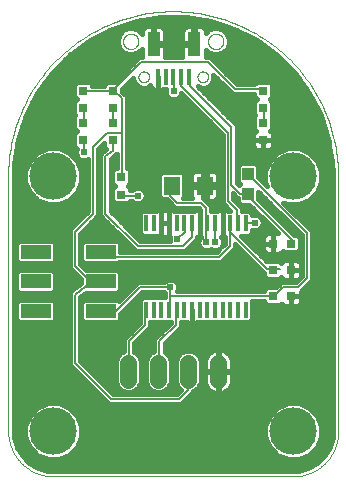
<source format=gtl>
G75*
%MOIN*%
%OFA0B0*%
%FSLAX25Y25*%
%IPPOS*%
%LPD*%
%AMOC8*
5,1,8,0,0,1.08239X$1,22.5*
%
%ADD10R,0.05512X0.06299*%
%ADD11R,0.01370X0.05500*%
%ADD12R,0.03937X0.04331*%
%ADD13R,0.01378X0.05315*%
%ADD14C,0.00000*%
%ADD15R,0.04331X0.08268*%
%ADD16R,0.10236X0.04724*%
%ADD17C,0.05543*%
%ADD18C,0.15811*%
%ADD19R,0.03150X0.03150*%
%ADD20C,0.00600*%
%ADD21C,0.02400*%
%ADD22C,0.01600*%
D10*
X0061288Y0115906D03*
X0072312Y0115906D03*
D11*
X0073139Y0103400D03*
X0075698Y0103400D03*
X0078257Y0103400D03*
X0080816Y0103400D03*
X0083375Y0103400D03*
X0085934Y0103400D03*
X0070580Y0103400D03*
X0068020Y0103400D03*
X0065461Y0103400D03*
X0062902Y0103400D03*
X0060343Y0103400D03*
X0057784Y0103400D03*
X0055225Y0103400D03*
X0052666Y0103400D03*
X0052666Y0074612D03*
X0055225Y0074612D03*
X0057784Y0074612D03*
X0060343Y0074612D03*
X0062902Y0074612D03*
X0065461Y0074612D03*
X0068020Y0074612D03*
X0070580Y0074612D03*
X0073139Y0074612D03*
X0075698Y0074612D03*
X0078257Y0074612D03*
X0080816Y0074612D03*
X0083375Y0074612D03*
X0085934Y0074612D03*
D12*
X0086800Y0113159D03*
X0086800Y0119852D03*
D13*
X0066918Y0152195D03*
X0064359Y0152195D03*
X0061800Y0152195D03*
X0059241Y0152195D03*
X0056682Y0152195D03*
D14*
X0050185Y0152195D02*
X0050187Y0152279D01*
X0050193Y0152362D01*
X0050203Y0152445D01*
X0050217Y0152528D01*
X0050234Y0152610D01*
X0050256Y0152691D01*
X0050281Y0152770D01*
X0050310Y0152849D01*
X0050343Y0152926D01*
X0050379Y0153001D01*
X0050419Y0153075D01*
X0050462Y0153147D01*
X0050509Y0153216D01*
X0050559Y0153283D01*
X0050612Y0153348D01*
X0050668Y0153410D01*
X0050726Y0153470D01*
X0050788Y0153527D01*
X0050852Y0153580D01*
X0050919Y0153631D01*
X0050988Y0153678D01*
X0051059Y0153723D01*
X0051132Y0153763D01*
X0051207Y0153800D01*
X0051284Y0153834D01*
X0051362Y0153864D01*
X0051441Y0153890D01*
X0051522Y0153913D01*
X0051604Y0153931D01*
X0051686Y0153946D01*
X0051769Y0153957D01*
X0051852Y0153964D01*
X0051936Y0153967D01*
X0052020Y0153966D01*
X0052103Y0153961D01*
X0052187Y0153952D01*
X0052269Y0153939D01*
X0052351Y0153923D01*
X0052432Y0153902D01*
X0052513Y0153878D01*
X0052591Y0153850D01*
X0052669Y0153818D01*
X0052745Y0153782D01*
X0052819Y0153743D01*
X0052891Y0153701D01*
X0052961Y0153655D01*
X0053029Y0153606D01*
X0053094Y0153554D01*
X0053157Y0153499D01*
X0053217Y0153441D01*
X0053275Y0153380D01*
X0053329Y0153316D01*
X0053381Y0153250D01*
X0053429Y0153182D01*
X0053474Y0153111D01*
X0053515Y0153038D01*
X0053554Y0152964D01*
X0053588Y0152888D01*
X0053619Y0152810D01*
X0053646Y0152731D01*
X0053670Y0152650D01*
X0053689Y0152569D01*
X0053705Y0152487D01*
X0053717Y0152404D01*
X0053725Y0152320D01*
X0053729Y0152237D01*
X0053729Y0152153D01*
X0053725Y0152070D01*
X0053717Y0151986D01*
X0053705Y0151903D01*
X0053689Y0151821D01*
X0053670Y0151740D01*
X0053646Y0151659D01*
X0053619Y0151580D01*
X0053588Y0151502D01*
X0053554Y0151426D01*
X0053515Y0151352D01*
X0053474Y0151279D01*
X0053429Y0151208D01*
X0053381Y0151140D01*
X0053329Y0151074D01*
X0053275Y0151010D01*
X0053217Y0150949D01*
X0053157Y0150891D01*
X0053094Y0150836D01*
X0053029Y0150784D01*
X0052961Y0150735D01*
X0052891Y0150689D01*
X0052819Y0150647D01*
X0052745Y0150608D01*
X0052669Y0150572D01*
X0052591Y0150540D01*
X0052513Y0150512D01*
X0052432Y0150488D01*
X0052351Y0150467D01*
X0052269Y0150451D01*
X0052187Y0150438D01*
X0052103Y0150429D01*
X0052020Y0150424D01*
X0051936Y0150423D01*
X0051852Y0150426D01*
X0051769Y0150433D01*
X0051686Y0150444D01*
X0051604Y0150459D01*
X0051522Y0150477D01*
X0051441Y0150500D01*
X0051362Y0150526D01*
X0051284Y0150556D01*
X0051207Y0150590D01*
X0051132Y0150627D01*
X0051059Y0150667D01*
X0050988Y0150712D01*
X0050919Y0150759D01*
X0050852Y0150810D01*
X0050788Y0150863D01*
X0050726Y0150920D01*
X0050668Y0150980D01*
X0050612Y0151042D01*
X0050559Y0151107D01*
X0050509Y0151174D01*
X0050462Y0151243D01*
X0050419Y0151315D01*
X0050379Y0151389D01*
X0050343Y0151464D01*
X0050310Y0151541D01*
X0050281Y0151620D01*
X0050256Y0151699D01*
X0050234Y0151780D01*
X0050217Y0151862D01*
X0050203Y0151945D01*
X0050193Y0152028D01*
X0050187Y0152111D01*
X0050185Y0152195D01*
X0045068Y0164006D02*
X0045070Y0164107D01*
X0045076Y0164208D01*
X0045086Y0164309D01*
X0045100Y0164409D01*
X0045118Y0164508D01*
X0045140Y0164607D01*
X0045165Y0164705D01*
X0045195Y0164802D01*
X0045228Y0164897D01*
X0045265Y0164991D01*
X0045306Y0165084D01*
X0045350Y0165175D01*
X0045398Y0165264D01*
X0045450Y0165351D01*
X0045505Y0165436D01*
X0045563Y0165518D01*
X0045624Y0165599D01*
X0045689Y0165677D01*
X0045756Y0165752D01*
X0045826Y0165824D01*
X0045900Y0165894D01*
X0045976Y0165961D01*
X0046054Y0166025D01*
X0046135Y0166085D01*
X0046218Y0166142D01*
X0046304Y0166196D01*
X0046392Y0166247D01*
X0046481Y0166294D01*
X0046572Y0166338D01*
X0046665Y0166377D01*
X0046760Y0166414D01*
X0046855Y0166446D01*
X0046952Y0166475D01*
X0047051Y0166499D01*
X0047149Y0166520D01*
X0047249Y0166537D01*
X0047349Y0166550D01*
X0047450Y0166559D01*
X0047551Y0166564D01*
X0047652Y0166565D01*
X0047753Y0166562D01*
X0047854Y0166555D01*
X0047955Y0166544D01*
X0048055Y0166529D01*
X0048154Y0166510D01*
X0048253Y0166487D01*
X0048350Y0166461D01*
X0048447Y0166430D01*
X0048542Y0166396D01*
X0048635Y0166358D01*
X0048728Y0166316D01*
X0048818Y0166271D01*
X0048907Y0166222D01*
X0048993Y0166170D01*
X0049077Y0166114D01*
X0049160Y0166055D01*
X0049239Y0165993D01*
X0049317Y0165928D01*
X0049391Y0165860D01*
X0049463Y0165788D01*
X0049532Y0165715D01*
X0049598Y0165638D01*
X0049661Y0165559D01*
X0049721Y0165477D01*
X0049777Y0165393D01*
X0049830Y0165307D01*
X0049880Y0165219D01*
X0049926Y0165129D01*
X0049969Y0165038D01*
X0050008Y0164944D01*
X0050043Y0164849D01*
X0050074Y0164753D01*
X0050102Y0164656D01*
X0050126Y0164558D01*
X0050146Y0164459D01*
X0050162Y0164359D01*
X0050174Y0164258D01*
X0050182Y0164158D01*
X0050186Y0164057D01*
X0050186Y0163955D01*
X0050182Y0163854D01*
X0050174Y0163754D01*
X0050162Y0163653D01*
X0050146Y0163553D01*
X0050126Y0163454D01*
X0050102Y0163356D01*
X0050074Y0163259D01*
X0050043Y0163163D01*
X0050008Y0163068D01*
X0049969Y0162974D01*
X0049926Y0162883D01*
X0049880Y0162793D01*
X0049830Y0162705D01*
X0049777Y0162619D01*
X0049721Y0162535D01*
X0049661Y0162453D01*
X0049598Y0162374D01*
X0049532Y0162297D01*
X0049463Y0162224D01*
X0049391Y0162152D01*
X0049317Y0162084D01*
X0049239Y0162019D01*
X0049160Y0161957D01*
X0049077Y0161898D01*
X0048993Y0161842D01*
X0048906Y0161790D01*
X0048818Y0161741D01*
X0048728Y0161696D01*
X0048635Y0161654D01*
X0048542Y0161616D01*
X0048447Y0161582D01*
X0048350Y0161551D01*
X0048253Y0161525D01*
X0048154Y0161502D01*
X0048055Y0161483D01*
X0047955Y0161468D01*
X0047854Y0161457D01*
X0047753Y0161450D01*
X0047652Y0161447D01*
X0047551Y0161448D01*
X0047450Y0161453D01*
X0047349Y0161462D01*
X0047249Y0161475D01*
X0047149Y0161492D01*
X0047051Y0161513D01*
X0046952Y0161537D01*
X0046855Y0161566D01*
X0046760Y0161598D01*
X0046665Y0161635D01*
X0046572Y0161674D01*
X0046481Y0161718D01*
X0046392Y0161765D01*
X0046304Y0161816D01*
X0046218Y0161870D01*
X0046135Y0161927D01*
X0046054Y0161987D01*
X0045976Y0162051D01*
X0045900Y0162118D01*
X0045826Y0162188D01*
X0045756Y0162260D01*
X0045689Y0162335D01*
X0045624Y0162413D01*
X0045563Y0162494D01*
X0045505Y0162576D01*
X0045450Y0162661D01*
X0045398Y0162748D01*
X0045350Y0162837D01*
X0045306Y0162928D01*
X0045265Y0163021D01*
X0045228Y0163115D01*
X0045195Y0163210D01*
X0045165Y0163307D01*
X0045140Y0163405D01*
X0045118Y0163504D01*
X0045100Y0163603D01*
X0045086Y0163703D01*
X0045076Y0163804D01*
X0045070Y0163905D01*
X0045068Y0164006D01*
X0069871Y0152195D02*
X0069873Y0152279D01*
X0069879Y0152362D01*
X0069889Y0152445D01*
X0069903Y0152528D01*
X0069920Y0152610D01*
X0069942Y0152691D01*
X0069967Y0152770D01*
X0069996Y0152849D01*
X0070029Y0152926D01*
X0070065Y0153001D01*
X0070105Y0153075D01*
X0070148Y0153147D01*
X0070195Y0153216D01*
X0070245Y0153283D01*
X0070298Y0153348D01*
X0070354Y0153410D01*
X0070412Y0153470D01*
X0070474Y0153527D01*
X0070538Y0153580D01*
X0070605Y0153631D01*
X0070674Y0153678D01*
X0070745Y0153723D01*
X0070818Y0153763D01*
X0070893Y0153800D01*
X0070970Y0153834D01*
X0071048Y0153864D01*
X0071127Y0153890D01*
X0071208Y0153913D01*
X0071290Y0153931D01*
X0071372Y0153946D01*
X0071455Y0153957D01*
X0071538Y0153964D01*
X0071622Y0153967D01*
X0071706Y0153966D01*
X0071789Y0153961D01*
X0071873Y0153952D01*
X0071955Y0153939D01*
X0072037Y0153923D01*
X0072118Y0153902D01*
X0072199Y0153878D01*
X0072277Y0153850D01*
X0072355Y0153818D01*
X0072431Y0153782D01*
X0072505Y0153743D01*
X0072577Y0153701D01*
X0072647Y0153655D01*
X0072715Y0153606D01*
X0072780Y0153554D01*
X0072843Y0153499D01*
X0072903Y0153441D01*
X0072961Y0153380D01*
X0073015Y0153316D01*
X0073067Y0153250D01*
X0073115Y0153182D01*
X0073160Y0153111D01*
X0073201Y0153038D01*
X0073240Y0152964D01*
X0073274Y0152888D01*
X0073305Y0152810D01*
X0073332Y0152731D01*
X0073356Y0152650D01*
X0073375Y0152569D01*
X0073391Y0152487D01*
X0073403Y0152404D01*
X0073411Y0152320D01*
X0073415Y0152237D01*
X0073415Y0152153D01*
X0073411Y0152070D01*
X0073403Y0151986D01*
X0073391Y0151903D01*
X0073375Y0151821D01*
X0073356Y0151740D01*
X0073332Y0151659D01*
X0073305Y0151580D01*
X0073274Y0151502D01*
X0073240Y0151426D01*
X0073201Y0151352D01*
X0073160Y0151279D01*
X0073115Y0151208D01*
X0073067Y0151140D01*
X0073015Y0151074D01*
X0072961Y0151010D01*
X0072903Y0150949D01*
X0072843Y0150891D01*
X0072780Y0150836D01*
X0072715Y0150784D01*
X0072647Y0150735D01*
X0072577Y0150689D01*
X0072505Y0150647D01*
X0072431Y0150608D01*
X0072355Y0150572D01*
X0072277Y0150540D01*
X0072199Y0150512D01*
X0072118Y0150488D01*
X0072037Y0150467D01*
X0071955Y0150451D01*
X0071873Y0150438D01*
X0071789Y0150429D01*
X0071706Y0150424D01*
X0071622Y0150423D01*
X0071538Y0150426D01*
X0071455Y0150433D01*
X0071372Y0150444D01*
X0071290Y0150459D01*
X0071208Y0150477D01*
X0071127Y0150500D01*
X0071048Y0150526D01*
X0070970Y0150556D01*
X0070893Y0150590D01*
X0070818Y0150627D01*
X0070745Y0150667D01*
X0070674Y0150712D01*
X0070605Y0150759D01*
X0070538Y0150810D01*
X0070474Y0150863D01*
X0070412Y0150920D01*
X0070354Y0150980D01*
X0070298Y0151042D01*
X0070245Y0151107D01*
X0070195Y0151174D01*
X0070148Y0151243D01*
X0070105Y0151315D01*
X0070065Y0151389D01*
X0070029Y0151464D01*
X0069996Y0151541D01*
X0069967Y0151620D01*
X0069942Y0151699D01*
X0069920Y0151780D01*
X0069903Y0151862D01*
X0069889Y0151945D01*
X0069879Y0152028D01*
X0069873Y0152111D01*
X0069871Y0152195D01*
X0073414Y0164006D02*
X0073416Y0164107D01*
X0073422Y0164208D01*
X0073432Y0164309D01*
X0073446Y0164409D01*
X0073464Y0164508D01*
X0073486Y0164607D01*
X0073511Y0164705D01*
X0073541Y0164802D01*
X0073574Y0164897D01*
X0073611Y0164991D01*
X0073652Y0165084D01*
X0073696Y0165175D01*
X0073744Y0165264D01*
X0073796Y0165351D01*
X0073851Y0165436D01*
X0073909Y0165518D01*
X0073970Y0165599D01*
X0074035Y0165677D01*
X0074102Y0165752D01*
X0074172Y0165824D01*
X0074246Y0165894D01*
X0074322Y0165961D01*
X0074400Y0166025D01*
X0074481Y0166085D01*
X0074564Y0166142D01*
X0074650Y0166196D01*
X0074738Y0166247D01*
X0074827Y0166294D01*
X0074918Y0166338D01*
X0075011Y0166377D01*
X0075106Y0166414D01*
X0075201Y0166446D01*
X0075298Y0166475D01*
X0075397Y0166499D01*
X0075495Y0166520D01*
X0075595Y0166537D01*
X0075695Y0166550D01*
X0075796Y0166559D01*
X0075897Y0166564D01*
X0075998Y0166565D01*
X0076099Y0166562D01*
X0076200Y0166555D01*
X0076301Y0166544D01*
X0076401Y0166529D01*
X0076500Y0166510D01*
X0076599Y0166487D01*
X0076696Y0166461D01*
X0076793Y0166430D01*
X0076888Y0166396D01*
X0076981Y0166358D01*
X0077074Y0166316D01*
X0077164Y0166271D01*
X0077253Y0166222D01*
X0077339Y0166170D01*
X0077423Y0166114D01*
X0077506Y0166055D01*
X0077585Y0165993D01*
X0077663Y0165928D01*
X0077737Y0165860D01*
X0077809Y0165788D01*
X0077878Y0165715D01*
X0077944Y0165638D01*
X0078007Y0165559D01*
X0078067Y0165477D01*
X0078123Y0165393D01*
X0078176Y0165307D01*
X0078226Y0165219D01*
X0078272Y0165129D01*
X0078315Y0165038D01*
X0078354Y0164944D01*
X0078389Y0164849D01*
X0078420Y0164753D01*
X0078448Y0164656D01*
X0078472Y0164558D01*
X0078492Y0164459D01*
X0078508Y0164359D01*
X0078520Y0164258D01*
X0078528Y0164158D01*
X0078532Y0164057D01*
X0078532Y0163955D01*
X0078528Y0163854D01*
X0078520Y0163754D01*
X0078508Y0163653D01*
X0078492Y0163553D01*
X0078472Y0163454D01*
X0078448Y0163356D01*
X0078420Y0163259D01*
X0078389Y0163163D01*
X0078354Y0163068D01*
X0078315Y0162974D01*
X0078272Y0162883D01*
X0078226Y0162793D01*
X0078176Y0162705D01*
X0078123Y0162619D01*
X0078067Y0162535D01*
X0078007Y0162453D01*
X0077944Y0162374D01*
X0077878Y0162297D01*
X0077809Y0162224D01*
X0077737Y0162152D01*
X0077663Y0162084D01*
X0077585Y0162019D01*
X0077506Y0161957D01*
X0077423Y0161898D01*
X0077339Y0161842D01*
X0077252Y0161790D01*
X0077164Y0161741D01*
X0077074Y0161696D01*
X0076981Y0161654D01*
X0076888Y0161616D01*
X0076793Y0161582D01*
X0076696Y0161551D01*
X0076599Y0161525D01*
X0076500Y0161502D01*
X0076401Y0161483D01*
X0076301Y0161468D01*
X0076200Y0161457D01*
X0076099Y0161450D01*
X0075998Y0161447D01*
X0075897Y0161448D01*
X0075796Y0161453D01*
X0075695Y0161462D01*
X0075595Y0161475D01*
X0075495Y0161492D01*
X0075397Y0161513D01*
X0075298Y0161537D01*
X0075201Y0161566D01*
X0075106Y0161598D01*
X0075011Y0161635D01*
X0074918Y0161674D01*
X0074827Y0161718D01*
X0074738Y0161765D01*
X0074650Y0161816D01*
X0074564Y0161870D01*
X0074481Y0161927D01*
X0074400Y0161987D01*
X0074322Y0162051D01*
X0074246Y0162118D01*
X0074172Y0162188D01*
X0074102Y0162260D01*
X0074035Y0162335D01*
X0073970Y0162413D01*
X0073909Y0162494D01*
X0073851Y0162576D01*
X0073796Y0162661D01*
X0073744Y0162748D01*
X0073696Y0162837D01*
X0073652Y0162928D01*
X0073611Y0163021D01*
X0073574Y0163115D01*
X0073541Y0163210D01*
X0073511Y0163307D01*
X0073486Y0163405D01*
X0073464Y0163504D01*
X0073446Y0163603D01*
X0073432Y0163703D01*
X0073422Y0163804D01*
X0073416Y0163905D01*
X0073414Y0164006D01*
X0116800Y0119006D02*
X0116784Y0120345D01*
X0116735Y0121684D01*
X0116653Y0123021D01*
X0116539Y0124355D01*
X0116393Y0125687D01*
X0116214Y0127014D01*
X0116003Y0128337D01*
X0115759Y0129654D01*
X0115484Y0130965D01*
X0115177Y0132268D01*
X0114838Y0133564D01*
X0114468Y0134851D01*
X0114067Y0136129D01*
X0113634Y0137397D01*
X0113171Y0138654D01*
X0112677Y0139899D01*
X0112153Y0141132D01*
X0111600Y0142351D01*
X0111016Y0143557D01*
X0110404Y0144748D01*
X0109763Y0145924D01*
X0109093Y0147084D01*
X0108395Y0148227D01*
X0107670Y0149353D01*
X0106917Y0150461D01*
X0106138Y0151551D01*
X0105332Y0152621D01*
X0104501Y0153671D01*
X0103644Y0154700D01*
X0102762Y0155709D01*
X0101857Y0156695D01*
X0100927Y0157659D01*
X0099974Y0158601D01*
X0098999Y0159519D01*
X0098001Y0160412D01*
X0096982Y0161282D01*
X0095942Y0162126D01*
X0094882Y0162944D01*
X0093802Y0163737D01*
X0092704Y0164503D01*
X0091586Y0165242D01*
X0090452Y0165954D01*
X0089300Y0166637D01*
X0088132Y0167293D01*
X0086948Y0167920D01*
X0085750Y0168518D01*
X0084537Y0169086D01*
X0083311Y0169625D01*
X0082072Y0170134D01*
X0080821Y0170612D01*
X0079558Y0171060D01*
X0078286Y0171477D01*
X0077003Y0171863D01*
X0075711Y0172218D01*
X0074411Y0172541D01*
X0073104Y0172832D01*
X0071790Y0173091D01*
X0070470Y0173318D01*
X0069145Y0173513D01*
X0067815Y0173676D01*
X0066482Y0173806D01*
X0065147Y0173904D01*
X0063809Y0173969D01*
X0062470Y0174002D01*
X0061130Y0174002D01*
X0059791Y0173969D01*
X0058453Y0173904D01*
X0057118Y0173806D01*
X0055785Y0173676D01*
X0054455Y0173513D01*
X0053130Y0173318D01*
X0051810Y0173091D01*
X0050496Y0172832D01*
X0049189Y0172541D01*
X0047889Y0172218D01*
X0046597Y0171863D01*
X0045314Y0171477D01*
X0044042Y0171060D01*
X0042779Y0170612D01*
X0041528Y0170134D01*
X0040289Y0169625D01*
X0039063Y0169086D01*
X0037850Y0168518D01*
X0036652Y0167920D01*
X0035468Y0167293D01*
X0034300Y0166637D01*
X0033148Y0165954D01*
X0032014Y0165242D01*
X0030896Y0164503D01*
X0029798Y0163737D01*
X0028718Y0162944D01*
X0027658Y0162126D01*
X0026618Y0161282D01*
X0025599Y0160412D01*
X0024601Y0159519D01*
X0023626Y0158601D01*
X0022673Y0157659D01*
X0021743Y0156695D01*
X0020838Y0155709D01*
X0019956Y0154700D01*
X0019099Y0153671D01*
X0018268Y0152621D01*
X0017462Y0151551D01*
X0016683Y0150461D01*
X0015930Y0149353D01*
X0015205Y0148227D01*
X0014507Y0147084D01*
X0013837Y0145924D01*
X0013196Y0144748D01*
X0012584Y0143557D01*
X0012000Y0142351D01*
X0011447Y0141132D01*
X0010923Y0139899D01*
X0010429Y0138654D01*
X0009966Y0137397D01*
X0009533Y0136129D01*
X0009132Y0134851D01*
X0008762Y0133564D01*
X0008423Y0132268D01*
X0008116Y0130965D01*
X0007841Y0129654D01*
X0007597Y0128337D01*
X0007386Y0127014D01*
X0007207Y0125687D01*
X0007061Y0124355D01*
X0006947Y0123021D01*
X0006865Y0121684D01*
X0006816Y0120345D01*
X0006800Y0119006D01*
X0006800Y0034006D01*
X0006804Y0033644D01*
X0006818Y0033281D01*
X0006839Y0032919D01*
X0006870Y0032558D01*
X0006909Y0032198D01*
X0006957Y0031839D01*
X0007014Y0031481D01*
X0007079Y0031124D01*
X0007153Y0030769D01*
X0007236Y0030416D01*
X0007327Y0030065D01*
X0007426Y0029717D01*
X0007534Y0029371D01*
X0007650Y0029027D01*
X0007775Y0028687D01*
X0007907Y0028350D01*
X0008048Y0028016D01*
X0008197Y0027685D01*
X0008354Y0027358D01*
X0008518Y0027035D01*
X0008690Y0026716D01*
X0008870Y0026402D01*
X0009058Y0026091D01*
X0009253Y0025786D01*
X0009455Y0025485D01*
X0009665Y0025189D01*
X0009881Y0024899D01*
X0010105Y0024613D01*
X0010335Y0024333D01*
X0010572Y0024059D01*
X0010816Y0023791D01*
X0011066Y0023528D01*
X0011322Y0023272D01*
X0011585Y0023022D01*
X0011853Y0022778D01*
X0012127Y0022541D01*
X0012407Y0022311D01*
X0012693Y0022087D01*
X0012983Y0021871D01*
X0013279Y0021661D01*
X0013580Y0021459D01*
X0013885Y0021264D01*
X0014196Y0021076D01*
X0014510Y0020896D01*
X0014829Y0020724D01*
X0015152Y0020560D01*
X0015479Y0020403D01*
X0015810Y0020254D01*
X0016144Y0020113D01*
X0016481Y0019981D01*
X0016821Y0019856D01*
X0017165Y0019740D01*
X0017511Y0019632D01*
X0017859Y0019533D01*
X0018210Y0019442D01*
X0018563Y0019359D01*
X0018918Y0019285D01*
X0019275Y0019220D01*
X0019633Y0019163D01*
X0019992Y0019115D01*
X0020352Y0019076D01*
X0020713Y0019045D01*
X0021075Y0019024D01*
X0021438Y0019010D01*
X0021800Y0019006D01*
X0101800Y0019006D01*
X0102162Y0019010D01*
X0102525Y0019024D01*
X0102887Y0019045D01*
X0103248Y0019076D01*
X0103608Y0019115D01*
X0103967Y0019163D01*
X0104325Y0019220D01*
X0104682Y0019285D01*
X0105037Y0019359D01*
X0105390Y0019442D01*
X0105741Y0019533D01*
X0106089Y0019632D01*
X0106435Y0019740D01*
X0106779Y0019856D01*
X0107119Y0019981D01*
X0107456Y0020113D01*
X0107790Y0020254D01*
X0108121Y0020403D01*
X0108448Y0020560D01*
X0108771Y0020724D01*
X0109090Y0020896D01*
X0109404Y0021076D01*
X0109715Y0021264D01*
X0110020Y0021459D01*
X0110321Y0021661D01*
X0110617Y0021871D01*
X0110907Y0022087D01*
X0111193Y0022311D01*
X0111473Y0022541D01*
X0111747Y0022778D01*
X0112015Y0023022D01*
X0112278Y0023272D01*
X0112534Y0023528D01*
X0112784Y0023791D01*
X0113028Y0024059D01*
X0113265Y0024333D01*
X0113495Y0024613D01*
X0113719Y0024899D01*
X0113935Y0025189D01*
X0114145Y0025485D01*
X0114347Y0025786D01*
X0114542Y0026091D01*
X0114730Y0026402D01*
X0114910Y0026716D01*
X0115082Y0027035D01*
X0115246Y0027358D01*
X0115403Y0027685D01*
X0115552Y0028016D01*
X0115693Y0028350D01*
X0115825Y0028687D01*
X0115950Y0029027D01*
X0116066Y0029371D01*
X0116174Y0029717D01*
X0116273Y0030065D01*
X0116364Y0030416D01*
X0116447Y0030769D01*
X0116521Y0031124D01*
X0116586Y0031481D01*
X0116643Y0031839D01*
X0116691Y0032198D01*
X0116730Y0032558D01*
X0116761Y0032919D01*
X0116782Y0033281D01*
X0116796Y0033644D01*
X0116800Y0034006D01*
X0116800Y0119006D01*
D15*
X0068769Y0163037D03*
X0055225Y0163037D03*
D16*
X0037627Y0093848D03*
X0037627Y0084006D03*
X0037627Y0074163D03*
X0015973Y0074163D03*
X0015973Y0084006D03*
X0015973Y0093848D03*
D17*
X0046800Y0056778D02*
X0046800Y0051234D01*
X0056800Y0051234D02*
X0056800Y0056778D01*
X0066800Y0056778D02*
X0066800Y0051234D01*
X0076800Y0051234D02*
X0076800Y0056778D01*
D18*
X0101800Y0034006D03*
X0101800Y0119006D03*
X0021800Y0119006D03*
X0021800Y0034006D03*
D19*
X0044400Y0112953D03*
X0044400Y0118859D03*
X0041800Y0131053D03*
X0041800Y0136959D03*
X0041800Y0141703D03*
X0041800Y0147609D03*
X0031800Y0147609D03*
X0031800Y0141703D03*
X0031800Y0136959D03*
X0031800Y0131053D03*
X0091800Y0131053D03*
X0091800Y0136959D03*
X0091800Y0141703D03*
X0091800Y0147609D03*
X0095097Y0096606D03*
X0101003Y0096606D03*
X0101003Y0087806D03*
X0095097Y0087806D03*
X0095097Y0079006D03*
X0101003Y0079006D03*
D20*
X0103400Y0082006D02*
X0098450Y0082006D01*
X0095450Y0079006D01*
X0095097Y0079006D01*
X0060800Y0079006D01*
X0060800Y0082006D01*
X0050600Y0082006D01*
X0042800Y0074206D01*
X0038000Y0074206D01*
X0037627Y0074163D01*
X0037400Y0083806D02*
X0034400Y0083806D01*
X0029000Y0079606D01*
X0029000Y0056806D01*
X0041000Y0044806D01*
X0063800Y0044806D01*
X0066800Y0047806D01*
X0066800Y0054006D01*
X0057200Y0054406D02*
X0057200Y0064006D01*
X0062600Y0069406D01*
X0062600Y0074206D01*
X0062902Y0074508D01*
X0062902Y0074612D01*
X0060800Y0074806D02*
X0060343Y0074612D01*
X0060800Y0074806D02*
X0060800Y0079006D01*
X0052666Y0074612D02*
X0052400Y0074206D01*
X0052400Y0069406D01*
X0047000Y0064006D01*
X0047000Y0054406D01*
X0046800Y0054006D01*
X0056800Y0054006D02*
X0057200Y0054406D01*
X0037400Y0083806D02*
X0037627Y0084006D01*
X0034400Y0083806D02*
X0029000Y0089206D01*
X0029000Y0100606D01*
X0035000Y0106606D01*
X0035000Y0128806D01*
X0039800Y0133606D01*
X0044600Y0133606D01*
X0044600Y0145006D01*
X0042200Y0147406D01*
X0041800Y0147609D01*
X0042200Y0148006D01*
X0051200Y0157006D01*
X0073400Y0157006D01*
X0082400Y0148006D01*
X0091400Y0148006D01*
X0091800Y0147609D01*
X0091800Y0141703D02*
X0092000Y0141406D01*
X0092000Y0137206D01*
X0091800Y0136959D01*
X0081200Y0135406D02*
X0081200Y0116206D01*
X0084200Y0113206D01*
X0086600Y0113206D01*
X0086800Y0113159D01*
X0086600Y0112606D01*
X0102100Y0097006D01*
X0100850Y0097006D01*
X0101003Y0096606D01*
X0106400Y0100006D02*
X0106400Y0085006D01*
X0103400Y0082006D01*
X0097350Y0088006D02*
X0095097Y0087806D01*
X0093200Y0088006D02*
X0080600Y0100606D01*
X0080600Y0095806D01*
X0077000Y0092206D01*
X0042200Y0092206D01*
X0037627Y0093848D01*
X0050000Y0095806D02*
X0039200Y0106606D01*
X0039200Y0125806D01*
X0041600Y0127606D01*
X0041600Y0130606D01*
X0041800Y0131053D01*
X0044600Y0133606D02*
X0044600Y0119806D01*
X0044400Y0118859D01*
X0044400Y0112953D02*
X0044600Y0112606D01*
X0050000Y0112606D01*
X0060800Y0112606D02*
X0063200Y0110206D01*
X0071000Y0110206D01*
X0072800Y0108406D01*
X0072800Y0097006D01*
X0072800Y0103006D01*
X0073139Y0103400D01*
X0072800Y0103606D01*
X0072800Y0097006D01*
X0075800Y0097006D02*
X0075800Y0101206D01*
X0075698Y0103400D01*
X0080816Y0103400D02*
X0080600Y0101206D01*
X0080600Y0100606D01*
X0083375Y0103400D02*
X0083000Y0104206D01*
X0083000Y0107806D01*
X0080000Y0110806D01*
X0080000Y0133606D01*
X0064400Y0149206D01*
X0064400Y0151606D01*
X0064359Y0152195D01*
X0062000Y0152206D02*
X0061800Y0152195D01*
X0062000Y0152206D02*
X0062000Y0147406D01*
X0062000Y0152206D02*
X0062000Y0154606D01*
X0066918Y0152195D02*
X0067400Y0149806D01*
X0067400Y0149206D01*
X0081200Y0135406D01*
X0086800Y0119852D02*
X0087200Y0119806D01*
X0088400Y0118006D01*
X0106400Y0100006D01*
X0097350Y0088006D02*
X0093200Y0088006D01*
X0089000Y0103606D02*
X0086000Y0103606D01*
X0085934Y0103400D01*
X0068020Y0103400D02*
X0068000Y0103006D01*
X0068000Y0098806D01*
X0065000Y0095806D01*
X0050000Y0095806D01*
X0060800Y0112606D02*
X0060800Y0116206D01*
X0061288Y0115906D01*
X0065461Y0103400D02*
X0065600Y0103006D01*
X0065600Y0100606D01*
X0063200Y0098206D01*
X0041800Y0136959D02*
X0041600Y0137206D01*
X0041600Y0141406D01*
X0041800Y0141703D01*
X0041600Y0147406D02*
X0041800Y0147609D01*
X0041600Y0147406D02*
X0032000Y0147406D01*
X0031800Y0147609D01*
X0031800Y0141703D02*
X0032000Y0141406D01*
X0032000Y0137206D01*
X0031800Y0136959D01*
X0031800Y0131053D02*
X0032000Y0130606D01*
X0032000Y0127006D01*
D21*
X0032000Y0127006D03*
X0050000Y0112606D03*
X0051800Y0129006D03*
X0062000Y0147406D03*
X0089000Y0103606D03*
X0075800Y0097006D03*
X0072800Y0097006D03*
X0063200Y0098206D03*
X0060800Y0082006D03*
D22*
X0011328Y0025970D02*
X0013764Y0023534D01*
X0016749Y0021811D01*
X0020077Y0020919D01*
X0021800Y0020806D01*
X0101800Y0020806D01*
X0103523Y0020919D01*
X0106851Y0021811D01*
X0109836Y0023534D01*
X0112272Y0025970D01*
X0113995Y0028954D01*
X0114887Y0032283D01*
X0115000Y0034006D01*
X0115000Y0119006D01*
X0114836Y0123180D01*
X0113530Y0131425D01*
X0110950Y0139365D01*
X0107160Y0146803D01*
X0102254Y0153557D01*
X0096351Y0159459D01*
X0089597Y0164366D01*
X0082159Y0168156D01*
X0074219Y0170736D01*
X0065974Y0172042D01*
X0057626Y0172042D01*
X0049381Y0170736D01*
X0041441Y0168156D01*
X0034003Y0164366D01*
X0027249Y0159459D01*
X0021346Y0153557D01*
X0016440Y0146803D01*
X0012650Y0139365D01*
X0010070Y0131425D01*
X0008764Y0123180D01*
X0008600Y0119006D01*
X0008600Y0034006D01*
X0008713Y0032283D01*
X0009605Y0028954D01*
X0011328Y0025970D01*
X0011898Y0025400D02*
X0018260Y0025400D01*
X0019949Y0024700D02*
X0016529Y0026117D01*
X0013911Y0028735D01*
X0012494Y0032155D01*
X0012494Y0035857D01*
X0013911Y0039277D01*
X0016529Y0041895D01*
X0019949Y0043311D01*
X0023651Y0043311D01*
X0027071Y0041895D01*
X0029689Y0039277D01*
X0031105Y0035857D01*
X0031105Y0032155D01*
X0029689Y0028735D01*
X0027071Y0026117D01*
X0023651Y0024700D01*
X0019949Y0024700D01*
X0016069Y0022203D02*
X0107531Y0022203D01*
X0105340Y0025400D02*
X0111702Y0025400D01*
X0112866Y0026998D02*
X0107953Y0026998D01*
X0107071Y0026117D02*
X0109689Y0028735D01*
X0111105Y0032155D01*
X0111105Y0035857D01*
X0109689Y0039277D01*
X0107071Y0041895D01*
X0103651Y0043311D01*
X0099949Y0043311D01*
X0096529Y0041895D01*
X0093911Y0039277D01*
X0092494Y0035857D01*
X0092494Y0032155D01*
X0093911Y0028735D01*
X0096529Y0026117D01*
X0099949Y0024700D01*
X0103651Y0024700D01*
X0107071Y0026117D01*
X0109551Y0028597D02*
X0113789Y0028597D01*
X0114328Y0030195D02*
X0110294Y0030195D01*
X0110956Y0031794D02*
X0114756Y0031794D01*
X0114960Y0033393D02*
X0111105Y0033393D01*
X0111105Y0034991D02*
X0115000Y0034991D01*
X0115000Y0036590D02*
X0110802Y0036590D01*
X0110140Y0038188D02*
X0115000Y0038188D01*
X0115000Y0039787D02*
X0109179Y0039787D01*
X0107581Y0041385D02*
X0115000Y0041385D01*
X0115000Y0042984D02*
X0104442Y0042984D01*
X0099158Y0042984D02*
X0024442Y0042984D01*
X0027581Y0041385D02*
X0096019Y0041385D01*
X0094421Y0039787D02*
X0029179Y0039787D01*
X0030140Y0038188D02*
X0093460Y0038188D01*
X0092798Y0036590D02*
X0030802Y0036590D01*
X0031105Y0034991D02*
X0092494Y0034991D01*
X0092494Y0033393D02*
X0031105Y0033393D01*
X0030956Y0031794D02*
X0092644Y0031794D01*
X0093306Y0030195D02*
X0030294Y0030195D01*
X0029551Y0028597D02*
X0094049Y0028597D01*
X0095647Y0026998D02*
X0027953Y0026998D01*
X0025340Y0025400D02*
X0098260Y0025400D01*
X0110103Y0023801D02*
X0013497Y0023801D01*
X0015647Y0026998D02*
X0010734Y0026998D01*
X0009811Y0028597D02*
X0014049Y0028597D01*
X0013306Y0030195D02*
X0009272Y0030195D01*
X0008844Y0031794D02*
X0012644Y0031794D01*
X0012494Y0033393D02*
X0008640Y0033393D01*
X0008600Y0034991D02*
X0012494Y0034991D01*
X0012798Y0036590D02*
X0008600Y0036590D01*
X0008600Y0038188D02*
X0013460Y0038188D01*
X0014421Y0039787D02*
X0008600Y0039787D01*
X0008600Y0041385D02*
X0016019Y0041385D01*
X0019158Y0042984D02*
X0008600Y0042984D01*
X0008600Y0044582D02*
X0038820Y0044582D01*
X0040296Y0043106D02*
X0064504Y0043106D01*
X0065500Y0044102D01*
X0068500Y0047102D01*
X0068500Y0047423D01*
X0069163Y0047698D01*
X0070337Y0048871D01*
X0070972Y0050404D01*
X0070972Y0057607D01*
X0070337Y0059141D01*
X0069163Y0060314D01*
X0067630Y0060949D01*
X0065970Y0060949D01*
X0064437Y0060314D01*
X0063263Y0059141D01*
X0062628Y0057607D01*
X0062628Y0050404D01*
X0063263Y0048871D01*
X0064362Y0047772D01*
X0063096Y0046506D01*
X0041704Y0046506D01*
X0030700Y0057510D01*
X0030700Y0078774D01*
X0032589Y0080244D01*
X0043325Y0080244D01*
X0044145Y0081064D01*
X0044145Y0086948D01*
X0043325Y0087768D01*
X0032842Y0087768D01*
X0030700Y0089910D01*
X0030700Y0099902D01*
X0035704Y0104906D01*
X0035704Y0104906D01*
X0036700Y0105902D01*
X0036700Y0128102D01*
X0038825Y0130227D01*
X0038825Y0128898D01*
X0039539Y0128185D01*
X0038633Y0127506D01*
X0038496Y0127506D01*
X0038083Y0127093D01*
X0037617Y0126743D01*
X0037597Y0126607D01*
X0037500Y0126510D01*
X0037500Y0125927D01*
X0037418Y0125349D01*
X0037500Y0125239D01*
X0037500Y0105902D01*
X0048300Y0095102D01*
X0049296Y0094106D01*
X0065704Y0094106D01*
X0069700Y0098102D01*
X0069700Y0098850D01*
X0070579Y0098850D01*
X0070579Y0103399D01*
X0070580Y0103399D01*
X0070580Y0098850D01*
X0070967Y0098850D01*
X0070596Y0098479D01*
X0070200Y0097523D01*
X0070200Y0096489D01*
X0070596Y0095533D01*
X0071327Y0094802D01*
X0072283Y0094406D01*
X0073317Y0094406D01*
X0074273Y0094802D01*
X0074300Y0094829D01*
X0074327Y0094802D01*
X0075283Y0094406D01*
X0076317Y0094406D01*
X0077134Y0094744D01*
X0076296Y0093906D01*
X0044145Y0093906D01*
X0044145Y0096791D01*
X0043325Y0097611D01*
X0031929Y0097611D01*
X0031109Y0096791D01*
X0031109Y0090906D01*
X0031929Y0090086D01*
X0043325Y0090086D01*
X0043744Y0090506D01*
X0077704Y0090506D01*
X0082300Y0095102D01*
X0082300Y0096502D01*
X0092122Y0086679D01*
X0092122Y0085651D01*
X0092943Y0084831D01*
X0097252Y0084831D01*
X0097826Y0085405D01*
X0097988Y0085126D01*
X0098323Y0084791D01*
X0098733Y0084554D01*
X0099191Y0084431D01*
X0101003Y0084431D01*
X0102815Y0084431D01*
X0103272Y0084554D01*
X0103683Y0084791D01*
X0104018Y0085126D01*
X0104255Y0085536D01*
X0104378Y0085994D01*
X0104378Y0087806D01*
X0104378Y0089618D01*
X0104255Y0090075D01*
X0104018Y0090486D01*
X0103683Y0090821D01*
X0103272Y0091058D01*
X0102815Y0091181D01*
X0101003Y0091181D01*
X0101003Y0087806D01*
X0104378Y0087806D01*
X0101003Y0087806D01*
X0101003Y0087806D01*
X0101003Y0087806D01*
X0101003Y0084431D01*
X0101003Y0087806D01*
X0101003Y0087806D01*
X0101003Y0091181D01*
X0099191Y0091181D01*
X0098733Y0091058D01*
X0098323Y0090821D01*
X0097988Y0090486D01*
X0097826Y0090206D01*
X0097252Y0090781D01*
X0092943Y0090781D01*
X0092886Y0090724D01*
X0084360Y0099250D01*
X0084640Y0099250D01*
X0084654Y0099264D01*
X0084669Y0099250D01*
X0087199Y0099250D01*
X0088019Y0100070D01*
X0088019Y0101198D01*
X0088483Y0101006D01*
X0089517Y0101006D01*
X0090473Y0101402D01*
X0091204Y0102133D01*
X0091600Y0103089D01*
X0091600Y0104123D01*
X0091204Y0105079D01*
X0090473Y0105810D01*
X0089517Y0106206D01*
X0088483Y0106206D01*
X0088019Y0106014D01*
X0088019Y0106730D01*
X0087199Y0107550D01*
X0084700Y0107550D01*
X0084700Y0108510D01*
X0083704Y0109506D01*
X0081700Y0111510D01*
X0081700Y0113302D01*
X0082500Y0112502D01*
X0083431Y0111570D01*
X0083431Y0110414D01*
X0084252Y0109594D01*
X0087196Y0109594D01*
X0096748Y0099981D01*
X0095097Y0099981D01*
X0093285Y0099981D01*
X0092828Y0099858D01*
X0092417Y0099621D01*
X0092082Y0099286D01*
X0091845Y0098875D01*
X0091722Y0098418D01*
X0091722Y0096606D01*
X0095097Y0096606D01*
X0095097Y0096606D01*
X0095097Y0099981D01*
X0095097Y0096606D01*
X0095097Y0096606D01*
X0091722Y0096606D01*
X0091722Y0094794D01*
X0091845Y0094336D01*
X0092082Y0093926D01*
X0092417Y0093591D01*
X0092828Y0093354D01*
X0093285Y0093231D01*
X0095097Y0093231D01*
X0095097Y0096606D01*
X0095097Y0096606D01*
X0095097Y0093231D01*
X0096909Y0093231D01*
X0097367Y0093354D01*
X0097777Y0093591D01*
X0098112Y0093926D01*
X0098274Y0094205D01*
X0098848Y0093631D01*
X0103157Y0093631D01*
X0103978Y0094451D01*
X0103978Y0098761D01*
X0103157Y0099581D01*
X0101938Y0099581D01*
X0090168Y0111426D01*
X0090168Y0113833D01*
X0104700Y0099302D01*
X0104700Y0085710D01*
X0102696Y0083706D01*
X0097746Y0083706D01*
X0096021Y0081981D01*
X0092943Y0081981D01*
X0092122Y0081161D01*
X0092122Y0080706D01*
X0063076Y0080706D01*
X0063400Y0081489D01*
X0063400Y0082523D01*
X0063004Y0083479D01*
X0062273Y0084210D01*
X0061317Y0084606D01*
X0060283Y0084606D01*
X0059327Y0084210D01*
X0058823Y0083706D01*
X0049896Y0083706D01*
X0048900Y0082710D01*
X0043720Y0077530D01*
X0043325Y0077926D01*
X0031929Y0077926D01*
X0031109Y0077105D01*
X0031109Y0071221D01*
X0031929Y0070401D01*
X0043325Y0070401D01*
X0044145Y0071221D01*
X0044145Y0073147D01*
X0044500Y0073502D01*
X0051304Y0080306D01*
X0058823Y0080306D01*
X0059100Y0080029D01*
X0059100Y0078762D01*
X0059078Y0078762D01*
X0059064Y0078748D01*
X0059049Y0078762D01*
X0056519Y0078762D01*
X0056505Y0078748D01*
X0056490Y0078762D01*
X0053960Y0078762D01*
X0053946Y0078748D01*
X0053931Y0078762D01*
X0051401Y0078762D01*
X0050581Y0077942D01*
X0050581Y0071282D01*
X0050700Y0071163D01*
X0050700Y0070110D01*
X0046296Y0065706D01*
X0045300Y0064710D01*
X0045300Y0060672D01*
X0044437Y0060314D01*
X0043263Y0059141D01*
X0042628Y0057607D01*
X0042628Y0050404D01*
X0043263Y0048871D01*
X0044437Y0047698D01*
X0045970Y0047063D01*
X0047630Y0047063D01*
X0049163Y0047698D01*
X0050337Y0048871D01*
X0050972Y0050404D01*
X0050972Y0057607D01*
X0050337Y0059141D01*
X0049163Y0060314D01*
X0048700Y0060506D01*
X0048700Y0063302D01*
X0053104Y0067706D01*
X0054100Y0068702D01*
X0054100Y0070462D01*
X0056490Y0070462D01*
X0056505Y0070477D01*
X0056519Y0070462D01*
X0059049Y0070462D01*
X0059064Y0070477D01*
X0059078Y0070462D01*
X0060900Y0070462D01*
X0060900Y0070110D01*
X0056496Y0065706D01*
X0055500Y0064710D01*
X0055500Y0060754D01*
X0054437Y0060314D01*
X0053263Y0059141D01*
X0052628Y0057607D01*
X0052628Y0050404D01*
X0053263Y0048871D01*
X0054437Y0047698D01*
X0055970Y0047063D01*
X0057630Y0047063D01*
X0059163Y0047698D01*
X0060337Y0048871D01*
X0060972Y0050404D01*
X0060972Y0057607D01*
X0060337Y0059141D01*
X0059163Y0060314D01*
X0058900Y0060423D01*
X0058900Y0063302D01*
X0063304Y0067706D01*
X0064300Y0068702D01*
X0064300Y0070462D01*
X0066190Y0070462D01*
X0066230Y0070422D01*
X0066641Y0070185D01*
X0067098Y0070062D01*
X0068020Y0070062D01*
X0068020Y0074612D01*
X0068021Y0074612D01*
X0068021Y0070062D01*
X0068942Y0070062D01*
X0069400Y0070185D01*
X0069811Y0070422D01*
X0069851Y0070462D01*
X0071844Y0070462D01*
X0071859Y0070477D01*
X0071874Y0070462D01*
X0074404Y0070462D01*
X0074418Y0070477D01*
X0074433Y0070462D01*
X0076963Y0070462D01*
X0076977Y0070477D01*
X0076992Y0070462D01*
X0079522Y0070462D01*
X0079536Y0070477D01*
X0079551Y0070462D01*
X0082081Y0070462D01*
X0082095Y0070477D01*
X0082110Y0070462D01*
X0084640Y0070462D01*
X0084654Y0070477D01*
X0084669Y0070462D01*
X0087199Y0070462D01*
X0088019Y0071282D01*
X0088019Y0077306D01*
X0092122Y0077306D01*
X0092122Y0076851D01*
X0092943Y0076031D01*
X0097252Y0076031D01*
X0097826Y0076605D01*
X0097988Y0076326D01*
X0098323Y0075991D01*
X0098733Y0075754D01*
X0099191Y0075631D01*
X0101003Y0075631D01*
X0102815Y0075631D01*
X0103272Y0075754D01*
X0103683Y0075991D01*
X0104018Y0076326D01*
X0104255Y0076736D01*
X0104378Y0077194D01*
X0104378Y0079006D01*
X0104378Y0080579D01*
X0105100Y0081302D01*
X0107104Y0083306D01*
X0108100Y0084302D01*
X0108100Y0100710D01*
X0107104Y0101706D01*
X0098516Y0110294D01*
X0099949Y0109700D01*
X0103651Y0109700D01*
X0107071Y0111117D01*
X0109689Y0113735D01*
X0111105Y0117155D01*
X0111105Y0120857D01*
X0109689Y0124277D01*
X0107071Y0126895D01*
X0103651Y0128311D01*
X0099949Y0128311D01*
X0096529Y0126895D01*
X0093911Y0124277D01*
X0092494Y0120857D01*
X0092494Y0117155D01*
X0093088Y0115722D01*
X0090168Y0118642D01*
X0090168Y0122598D01*
X0089348Y0123418D01*
X0084252Y0123418D01*
X0083431Y0122598D01*
X0083431Y0117107D01*
X0084033Y0116506D01*
X0083668Y0116142D01*
X0082900Y0116910D01*
X0082900Y0136110D01*
X0081904Y0137106D01*
X0070001Y0149009D01*
X0070932Y0148623D01*
X0072353Y0148623D01*
X0073666Y0149167D01*
X0074670Y0150172D01*
X0075214Y0151484D01*
X0075214Y0152788D01*
X0081696Y0146306D01*
X0088825Y0146306D01*
X0088825Y0145454D01*
X0089623Y0144656D01*
X0088825Y0143858D01*
X0088825Y0139548D01*
X0089043Y0139331D01*
X0088825Y0139113D01*
X0088825Y0134804D01*
X0089399Y0134230D01*
X0089120Y0134068D01*
X0088785Y0133733D01*
X0088548Y0133323D01*
X0088425Y0132865D01*
X0088425Y0131053D01*
X0088425Y0129241D01*
X0088548Y0128784D01*
X0088785Y0128373D01*
X0089120Y0128038D01*
X0089530Y0127801D01*
X0089988Y0127678D01*
X0091800Y0127678D01*
X0093612Y0127678D01*
X0094070Y0127801D01*
X0094480Y0128038D01*
X0094815Y0128373D01*
X0095052Y0128784D01*
X0095175Y0129241D01*
X0095175Y0131053D01*
X0091800Y0131053D01*
X0091800Y0127678D01*
X0091800Y0131053D01*
X0091800Y0131053D01*
X0091800Y0131053D01*
X0088425Y0131053D01*
X0091800Y0131053D01*
X0091800Y0131053D01*
X0095175Y0131053D01*
X0095175Y0132865D01*
X0095052Y0133323D01*
X0094815Y0133733D01*
X0094480Y0134068D01*
X0094201Y0134230D01*
X0094775Y0134804D01*
X0094775Y0139113D01*
X0094557Y0139331D01*
X0094775Y0139548D01*
X0094775Y0143858D01*
X0093977Y0144656D01*
X0094775Y0145454D01*
X0094775Y0149763D01*
X0093955Y0150583D01*
X0089645Y0150583D01*
X0088825Y0149763D01*
X0088825Y0149706D01*
X0083104Y0149706D01*
X0075100Y0157710D01*
X0074104Y0158706D01*
X0072734Y0158706D01*
X0072734Y0161081D01*
X0073504Y0160310D01*
X0075106Y0159647D01*
X0076840Y0159647D01*
X0078442Y0160310D01*
X0079669Y0161537D01*
X0080332Y0163139D01*
X0080332Y0164873D01*
X0079669Y0166475D01*
X0078442Y0167701D01*
X0076840Y0168365D01*
X0075106Y0168365D01*
X0073504Y0167701D01*
X0072734Y0166931D01*
X0072734Y0167408D01*
X0072611Y0167866D01*
X0072374Y0168276D01*
X0072039Y0168612D01*
X0071629Y0168849D01*
X0071171Y0168971D01*
X0069051Y0168971D01*
X0069051Y0163320D01*
X0068486Y0163320D01*
X0068486Y0168971D01*
X0066366Y0168971D01*
X0065908Y0168849D01*
X0065498Y0168612D01*
X0065163Y0168276D01*
X0064926Y0167866D01*
X0064803Y0167408D01*
X0064803Y0163320D01*
X0068486Y0163320D01*
X0068486Y0162755D01*
X0064803Y0162755D01*
X0064803Y0158706D01*
X0059191Y0158706D01*
X0059191Y0162755D01*
X0055508Y0162755D01*
X0055508Y0163320D01*
X0059191Y0163320D01*
X0059191Y0167408D01*
X0059068Y0167866D01*
X0058831Y0168276D01*
X0058496Y0168612D01*
X0058085Y0168849D01*
X0057628Y0168971D01*
X0055508Y0168971D01*
X0055508Y0163320D01*
X0054942Y0163320D01*
X0054942Y0168971D01*
X0052823Y0168971D01*
X0052365Y0168849D01*
X0051955Y0168612D01*
X0051619Y0168276D01*
X0051383Y0167866D01*
X0051260Y0167408D01*
X0051260Y0166537D01*
X0050096Y0167701D01*
X0048494Y0168365D01*
X0046760Y0168365D01*
X0045158Y0167701D01*
X0043931Y0166475D01*
X0043268Y0164873D01*
X0043268Y0163139D01*
X0043931Y0161537D01*
X0045158Y0160310D01*
X0046760Y0159647D01*
X0048494Y0159647D01*
X0050096Y0160310D01*
X0051260Y0161474D01*
X0051260Y0158706D01*
X0050496Y0158706D01*
X0042373Y0150583D01*
X0039645Y0150583D01*
X0038825Y0149763D01*
X0038825Y0149106D01*
X0034775Y0149106D01*
X0034775Y0149763D01*
X0033955Y0150583D01*
X0029645Y0150583D01*
X0028825Y0149763D01*
X0028825Y0145454D01*
X0029623Y0144656D01*
X0028825Y0143858D01*
X0028825Y0139548D01*
X0029043Y0139331D01*
X0028825Y0139113D01*
X0028825Y0134804D01*
X0029623Y0134006D01*
X0028825Y0133208D01*
X0028825Y0128898D01*
X0029634Y0128089D01*
X0029400Y0127523D01*
X0029400Y0126489D01*
X0029796Y0125533D01*
X0030527Y0124802D01*
X0031483Y0124406D01*
X0032517Y0124406D01*
X0033300Y0124730D01*
X0033300Y0107310D01*
X0028296Y0102306D01*
X0028296Y0102306D01*
X0027300Y0101310D01*
X0027300Y0088502D01*
X0031109Y0084693D01*
X0031109Y0083400D01*
X0028417Y0081306D01*
X0028296Y0081306D01*
X0027873Y0080883D01*
X0027400Y0080515D01*
X0027385Y0080396D01*
X0027300Y0080310D01*
X0027300Y0079712D01*
X0027226Y0079118D01*
X0027300Y0079023D01*
X0027300Y0056102D01*
X0028296Y0055106D01*
X0040296Y0043106D01*
X0037221Y0046181D02*
X0008600Y0046181D01*
X0008600Y0047779D02*
X0035623Y0047779D01*
X0034024Y0049378D02*
X0008600Y0049378D01*
X0008600Y0050976D02*
X0032426Y0050976D01*
X0034037Y0054173D02*
X0042628Y0054173D01*
X0042628Y0052575D02*
X0035635Y0052575D01*
X0037234Y0050976D02*
X0042628Y0050976D01*
X0043054Y0049378D02*
X0038832Y0049378D01*
X0040431Y0047779D02*
X0044356Y0047779D01*
X0049244Y0047779D02*
X0054356Y0047779D01*
X0053054Y0049378D02*
X0050546Y0049378D01*
X0050972Y0050976D02*
X0052628Y0050976D01*
X0052628Y0052575D02*
X0050972Y0052575D01*
X0050972Y0054173D02*
X0052628Y0054173D01*
X0052628Y0055772D02*
X0050972Y0055772D01*
X0050972Y0057370D02*
X0052628Y0057370D01*
X0053192Y0058969D02*
X0050408Y0058969D01*
X0048700Y0060567D02*
X0055048Y0060567D01*
X0055500Y0062166D02*
X0048700Y0062166D01*
X0049162Y0063764D02*
X0055500Y0063764D01*
X0056153Y0065363D02*
X0050761Y0065363D01*
X0052359Y0066961D02*
X0057751Y0066961D01*
X0059350Y0068560D02*
X0053958Y0068560D01*
X0054100Y0070158D02*
X0060900Y0070158D01*
X0062559Y0066961D02*
X0115000Y0066961D01*
X0115000Y0065363D02*
X0060961Y0065363D01*
X0059362Y0063764D02*
X0115000Y0063764D01*
X0115000Y0062166D02*
X0058900Y0062166D01*
X0058900Y0060567D02*
X0065048Y0060567D01*
X0063192Y0058969D02*
X0060408Y0058969D01*
X0060972Y0057370D02*
X0062628Y0057370D01*
X0062628Y0055772D02*
X0060972Y0055772D01*
X0060972Y0054173D02*
X0062628Y0054173D01*
X0062628Y0052575D02*
X0060972Y0052575D01*
X0060972Y0050976D02*
X0062628Y0050976D01*
X0063054Y0049378D02*
X0060546Y0049378D01*
X0059244Y0047779D02*
X0064356Y0047779D01*
X0065980Y0044582D02*
X0115000Y0044582D01*
X0115000Y0046181D02*
X0067579Y0046181D01*
X0069244Y0047779D02*
X0073790Y0047779D01*
X0073822Y0047747D02*
X0074404Y0047324D01*
X0075045Y0046998D01*
X0075729Y0046775D01*
X0076440Y0046663D01*
X0076714Y0046663D01*
X0076714Y0053920D01*
X0072228Y0053920D01*
X0072228Y0050874D01*
X0072341Y0050164D01*
X0072563Y0049479D01*
X0072890Y0048838D01*
X0073313Y0048256D01*
X0073822Y0047747D01*
X0072615Y0049378D02*
X0070546Y0049378D01*
X0070972Y0050976D02*
X0072228Y0050976D01*
X0072228Y0052575D02*
X0070972Y0052575D01*
X0070972Y0054173D02*
X0072228Y0054173D01*
X0072228Y0054092D02*
X0076714Y0054092D01*
X0076714Y0061349D01*
X0076440Y0061349D01*
X0075729Y0061237D01*
X0075045Y0061014D01*
X0074404Y0060688D01*
X0073822Y0060265D01*
X0073313Y0059756D01*
X0072890Y0059174D01*
X0072563Y0058532D01*
X0072341Y0057848D01*
X0072228Y0057137D01*
X0072228Y0054092D01*
X0072228Y0055772D02*
X0070972Y0055772D01*
X0070972Y0057370D02*
X0072265Y0057370D01*
X0072786Y0058969D02*
X0070408Y0058969D01*
X0068552Y0060567D02*
X0074238Y0060567D01*
X0076714Y0060567D02*
X0076886Y0060567D01*
X0076886Y0061349D02*
X0076886Y0054092D01*
X0076714Y0054092D01*
X0076714Y0053920D01*
X0076886Y0053920D01*
X0076886Y0054092D01*
X0081372Y0054092D01*
X0081372Y0057137D01*
X0081259Y0057848D01*
X0081037Y0058532D01*
X0080710Y0059174D01*
X0080287Y0059756D01*
X0079778Y0060265D01*
X0079196Y0060688D01*
X0078555Y0061014D01*
X0077871Y0061237D01*
X0077160Y0061349D01*
X0076886Y0061349D01*
X0076886Y0058969D02*
X0076714Y0058969D01*
X0076714Y0057370D02*
X0076886Y0057370D01*
X0076886Y0055772D02*
X0076714Y0055772D01*
X0076714Y0054173D02*
X0076886Y0054173D01*
X0076886Y0053920D02*
X0081372Y0053920D01*
X0081372Y0050874D01*
X0081259Y0050164D01*
X0081037Y0049479D01*
X0080710Y0048838D01*
X0080287Y0048256D01*
X0079778Y0047747D01*
X0079196Y0047324D01*
X0078555Y0046998D01*
X0077871Y0046775D01*
X0077160Y0046663D01*
X0076886Y0046663D01*
X0076886Y0053920D01*
X0076886Y0052575D02*
X0076714Y0052575D01*
X0076714Y0050976D02*
X0076886Y0050976D01*
X0076886Y0049378D02*
X0076714Y0049378D01*
X0076714Y0047779D02*
X0076886Y0047779D01*
X0079810Y0047779D02*
X0115000Y0047779D01*
X0115000Y0049378D02*
X0080985Y0049378D01*
X0081372Y0050976D02*
X0115000Y0050976D01*
X0115000Y0052575D02*
X0081372Y0052575D01*
X0081372Y0054173D02*
X0115000Y0054173D01*
X0115000Y0055772D02*
X0081372Y0055772D01*
X0081335Y0057370D02*
X0115000Y0057370D01*
X0115000Y0058969D02*
X0080814Y0058969D01*
X0079362Y0060567D02*
X0115000Y0060567D01*
X0115000Y0068560D02*
X0064158Y0068560D01*
X0064300Y0070158D02*
X0066740Y0070158D01*
X0068020Y0070158D02*
X0068021Y0070158D01*
X0069301Y0070158D02*
X0115000Y0070158D01*
X0115000Y0071757D02*
X0088019Y0071757D01*
X0088019Y0073355D02*
X0115000Y0073355D01*
X0115000Y0074954D02*
X0088019Y0074954D01*
X0088019Y0076552D02*
X0092421Y0076552D01*
X0092310Y0081348D02*
X0063342Y0081348D01*
X0063225Y0082946D02*
X0096986Y0082946D01*
X0098766Y0084545D02*
X0061465Y0084545D01*
X0060135Y0084545D02*
X0044145Y0084545D01*
X0044145Y0086143D02*
X0092122Y0086143D01*
X0091060Y0087742D02*
X0043351Y0087742D01*
X0044145Y0082946D02*
X0049136Y0082946D01*
X0047538Y0081348D02*
X0044145Y0081348D01*
X0044341Y0078151D02*
X0030700Y0078151D01*
X0030700Y0076552D02*
X0031109Y0076552D01*
X0031109Y0074954D02*
X0030700Y0074954D01*
X0030700Y0073355D02*
X0031109Y0073355D01*
X0031109Y0071757D02*
X0030700Y0071757D01*
X0030700Y0070158D02*
X0050700Y0070158D01*
X0050581Y0071757D02*
X0044145Y0071757D01*
X0044354Y0073355D02*
X0050581Y0073355D01*
X0050581Y0074954D02*
X0045952Y0074954D01*
X0047551Y0076552D02*
X0050581Y0076552D01*
X0050790Y0078151D02*
X0049149Y0078151D01*
X0050748Y0079749D02*
X0059100Y0079749D01*
X0068020Y0073355D02*
X0068021Y0073355D01*
X0068020Y0071757D02*
X0068021Y0071757D01*
X0078137Y0090939D02*
X0087863Y0090939D01*
X0089461Y0089340D02*
X0031270Y0089340D01*
X0031109Y0090939D02*
X0030700Y0090939D01*
X0030700Y0092537D02*
X0031109Y0092537D01*
X0031109Y0094136D02*
X0030700Y0094136D01*
X0030700Y0095734D02*
X0031109Y0095734D01*
X0030700Y0097333D02*
X0031651Y0097333D01*
X0030700Y0098931D02*
X0044470Y0098931D01*
X0043602Y0097333D02*
X0046069Y0097333D01*
X0047667Y0095734D02*
X0044145Y0095734D01*
X0044145Y0094136D02*
X0049266Y0094136D01*
X0050704Y0097506D02*
X0040900Y0107310D01*
X0040900Y0124956D01*
X0042167Y0125906D01*
X0042304Y0125906D01*
X0042717Y0126318D01*
X0042900Y0126456D01*
X0042900Y0121833D01*
X0042245Y0121833D01*
X0041425Y0121013D01*
X0041425Y0116704D01*
X0042223Y0115906D01*
X0041425Y0115108D01*
X0041425Y0110798D01*
X0042245Y0109978D01*
X0046555Y0109978D01*
X0047375Y0110798D01*
X0047375Y0110906D01*
X0048023Y0110906D01*
X0048527Y0110402D01*
X0049483Y0110006D01*
X0050517Y0110006D01*
X0051473Y0110402D01*
X0052204Y0111133D01*
X0052600Y0112089D01*
X0052600Y0113123D01*
X0052204Y0114079D01*
X0051473Y0114810D01*
X0050517Y0115206D01*
X0049483Y0115206D01*
X0048527Y0114810D01*
X0048023Y0114306D01*
X0047375Y0114306D01*
X0047375Y0115108D01*
X0046577Y0115906D01*
X0047375Y0116704D01*
X0047375Y0121013D01*
X0046555Y0121833D01*
X0046300Y0121833D01*
X0046300Y0145710D01*
X0044775Y0147235D01*
X0044775Y0148177D01*
X0048386Y0151788D01*
X0048386Y0151484D01*
X0048930Y0150172D01*
X0049934Y0149167D01*
X0051247Y0148623D01*
X0052668Y0148623D01*
X0053981Y0149167D01*
X0054193Y0149379D01*
X0054193Y0149300D01*
X0054316Y0148843D01*
X0054553Y0148432D01*
X0054888Y0148097D01*
X0055298Y0147860D01*
X0055756Y0147737D01*
X0056682Y0147737D01*
X0057608Y0147737D01*
X0058066Y0147860D01*
X0058476Y0148097D01*
X0058516Y0148137D01*
X0059489Y0148137D01*
X0059400Y0147923D01*
X0059400Y0146889D01*
X0059796Y0145933D01*
X0060527Y0145202D01*
X0061483Y0144806D01*
X0062517Y0144806D01*
X0063473Y0145202D01*
X0064204Y0145933D01*
X0064516Y0146686D01*
X0078300Y0132902D01*
X0078300Y0110102D01*
X0080852Y0107550D01*
X0080087Y0107550D01*
X0080047Y0107590D01*
X0079637Y0107827D01*
X0079179Y0107950D01*
X0078257Y0107950D01*
X0078257Y0103400D01*
X0078257Y0103400D01*
X0078257Y0107950D01*
X0077335Y0107950D01*
X0076877Y0107827D01*
X0076466Y0107590D01*
X0076426Y0107550D01*
X0074500Y0107550D01*
X0074500Y0109110D01*
X0073504Y0110106D01*
X0072700Y0110910D01*
X0071734Y0111876D01*
X0071734Y0115328D01*
X0072890Y0115328D01*
X0072890Y0116484D01*
X0076868Y0116484D01*
X0076868Y0119292D01*
X0076745Y0119750D01*
X0076508Y0120161D01*
X0076173Y0120496D01*
X0075762Y0120733D01*
X0075305Y0120855D01*
X0072890Y0120855D01*
X0072890Y0116484D01*
X0071734Y0116484D01*
X0071734Y0120855D01*
X0069319Y0120855D01*
X0068861Y0120733D01*
X0068451Y0120496D01*
X0068116Y0120161D01*
X0067879Y0119750D01*
X0067756Y0119292D01*
X0067756Y0116484D01*
X0071734Y0116484D01*
X0071734Y0115328D01*
X0067756Y0115328D01*
X0067756Y0112519D01*
X0067879Y0112062D01*
X0067968Y0111906D01*
X0065174Y0111906D01*
X0065444Y0112176D01*
X0065444Y0119635D01*
X0064624Y0120455D01*
X0057952Y0120455D01*
X0057132Y0119635D01*
X0057132Y0112176D01*
X0057952Y0111356D01*
X0059645Y0111356D01*
X0062496Y0108506D01*
X0070296Y0108506D01*
X0070852Y0107950D01*
X0070580Y0107950D01*
X0070580Y0103400D01*
X0070579Y0103400D01*
X0070579Y0107950D01*
X0069658Y0107950D01*
X0069200Y0107827D01*
X0068789Y0107590D01*
X0068749Y0107550D01*
X0066756Y0107550D01*
X0066741Y0107535D01*
X0066726Y0107550D01*
X0064196Y0107550D01*
X0064182Y0107535D01*
X0064167Y0107550D01*
X0062174Y0107550D01*
X0062134Y0107590D01*
X0061723Y0107827D01*
X0061265Y0107950D01*
X0060343Y0107950D01*
X0059421Y0107950D01*
X0059064Y0107854D01*
X0058706Y0107950D01*
X0057784Y0107950D01*
X0056862Y0107950D01*
X0056404Y0107827D01*
X0055994Y0107590D01*
X0055954Y0107550D01*
X0053960Y0107550D01*
X0053946Y0107535D01*
X0053931Y0107550D01*
X0051401Y0107550D01*
X0050581Y0106730D01*
X0050581Y0100070D01*
X0051401Y0099250D01*
X0053931Y0099250D01*
X0053946Y0099264D01*
X0053960Y0099250D01*
X0055954Y0099250D01*
X0055994Y0099209D01*
X0056404Y0098972D01*
X0056862Y0098850D01*
X0057784Y0098850D01*
X0057784Y0103399D01*
X0057784Y0103399D01*
X0057784Y0098850D01*
X0058706Y0098850D01*
X0059064Y0098945D01*
X0059421Y0098850D01*
X0060343Y0098850D01*
X0060343Y0103399D01*
X0060343Y0103399D01*
X0060343Y0103400D02*
X0057858Y0103400D01*
X0057784Y0103400D01*
X0057784Y0107950D01*
X0057784Y0103400D01*
X0057784Y0103400D01*
X0060343Y0103400D01*
X0060343Y0107950D01*
X0060343Y0103400D01*
X0060343Y0103400D01*
X0060343Y0103400D01*
X0060343Y0103399D02*
X0060343Y0098850D01*
X0060652Y0098850D01*
X0060600Y0098723D01*
X0060600Y0097689D01*
X0060676Y0097506D01*
X0050704Y0097506D01*
X0049279Y0098931D02*
X0056557Y0098931D01*
X0057784Y0098931D02*
X0057784Y0098931D01*
X0059012Y0098931D02*
X0059116Y0098931D01*
X0060343Y0098931D02*
X0060343Y0098931D01*
X0060343Y0100530D02*
X0060343Y0100530D01*
X0060343Y0102128D02*
X0060343Y0102128D01*
X0060343Y0103727D02*
X0060343Y0103727D01*
X0060343Y0105326D02*
X0060343Y0105326D01*
X0060343Y0106924D02*
X0060343Y0106924D01*
X0060881Y0110121D02*
X0050795Y0110121D01*
X0052447Y0111720D02*
X0057589Y0111720D01*
X0057132Y0113318D02*
X0052519Y0113318D01*
X0051216Y0114917D02*
X0057132Y0114917D01*
X0057132Y0116515D02*
X0047186Y0116515D01*
X0047375Y0114917D02*
X0048784Y0114917D01*
X0047375Y0118114D02*
X0057132Y0118114D01*
X0057209Y0119712D02*
X0047375Y0119712D01*
X0047078Y0121311D02*
X0078300Y0121311D01*
X0078300Y0122909D02*
X0046300Y0122909D01*
X0046300Y0124508D02*
X0078300Y0124508D01*
X0078300Y0126106D02*
X0046300Y0126106D01*
X0046300Y0127705D02*
X0078300Y0127705D01*
X0078300Y0129303D02*
X0046300Y0129303D01*
X0046300Y0130902D02*
X0078300Y0130902D01*
X0078300Y0132500D02*
X0046300Y0132500D01*
X0046300Y0134099D02*
X0077103Y0134099D01*
X0075505Y0135697D02*
X0046300Y0135697D01*
X0046300Y0137296D02*
X0073906Y0137296D01*
X0072307Y0138894D02*
X0046300Y0138894D01*
X0046300Y0140493D02*
X0070709Y0140493D01*
X0069110Y0142091D02*
X0046300Y0142091D01*
X0046300Y0143690D02*
X0067512Y0143690D01*
X0065913Y0145288D02*
X0063559Y0145288D01*
X0060441Y0145288D02*
X0046300Y0145288D01*
X0045123Y0146887D02*
X0059401Y0146887D01*
X0056682Y0147737D02*
X0056682Y0152195D01*
X0056682Y0152195D01*
X0056682Y0147737D01*
X0056682Y0148485D02*
X0056682Y0148485D01*
X0056682Y0150084D02*
X0056682Y0150084D01*
X0056682Y0151682D02*
X0056682Y0151682D01*
X0054522Y0148485D02*
X0045084Y0148485D01*
X0046682Y0150084D02*
X0049017Y0150084D01*
X0048386Y0151682D02*
X0048281Y0151682D01*
X0046669Y0154879D02*
X0022669Y0154879D01*
X0021146Y0153281D02*
X0045071Y0153281D01*
X0043472Y0151682D02*
X0019985Y0151682D01*
X0018823Y0150084D02*
X0029146Y0150084D01*
X0028825Y0148485D02*
X0017662Y0148485D01*
X0016501Y0146887D02*
X0028825Y0146887D01*
X0028991Y0145288D02*
X0015668Y0145288D01*
X0014853Y0143690D02*
X0028825Y0143690D01*
X0028825Y0142091D02*
X0014039Y0142091D01*
X0013224Y0140493D02*
X0028825Y0140493D01*
X0028825Y0138894D02*
X0012497Y0138894D01*
X0011977Y0137296D02*
X0028825Y0137296D01*
X0028825Y0135697D02*
X0011458Y0135697D01*
X0010939Y0134099D02*
X0029530Y0134099D01*
X0028825Y0132500D02*
X0010419Y0132500D01*
X0009987Y0130902D02*
X0028825Y0130902D01*
X0028825Y0129303D02*
X0009734Y0129303D01*
X0009481Y0127705D02*
X0018484Y0127705D01*
X0019949Y0128311D02*
X0016529Y0126895D01*
X0013911Y0124277D01*
X0012494Y0120857D01*
X0012494Y0117155D01*
X0013911Y0113735D01*
X0016529Y0111117D01*
X0019949Y0109700D01*
X0023651Y0109700D01*
X0027071Y0111117D01*
X0029689Y0113735D01*
X0031105Y0117155D01*
X0031105Y0120857D01*
X0029689Y0124277D01*
X0027071Y0126895D01*
X0023651Y0128311D01*
X0019949Y0128311D01*
X0015740Y0126106D02*
X0009227Y0126106D01*
X0008974Y0124508D02*
X0014142Y0124508D01*
X0013345Y0122909D02*
X0008753Y0122909D01*
X0008691Y0121311D02*
X0012682Y0121311D01*
X0012494Y0119712D02*
X0008628Y0119712D01*
X0008600Y0118114D02*
X0012494Y0118114D01*
X0012759Y0116515D02*
X0008600Y0116515D01*
X0008600Y0114917D02*
X0013422Y0114917D01*
X0014328Y0113318D02*
X0008600Y0113318D01*
X0008600Y0111720D02*
X0015926Y0111720D01*
X0018933Y0110121D02*
X0008600Y0110121D01*
X0008600Y0108523D02*
X0033300Y0108523D01*
X0033300Y0110121D02*
X0024667Y0110121D01*
X0027674Y0111720D02*
X0033300Y0111720D01*
X0033300Y0113318D02*
X0029272Y0113318D01*
X0030178Y0114917D02*
X0033300Y0114917D01*
X0033300Y0116515D02*
X0030840Y0116515D01*
X0031105Y0118114D02*
X0033300Y0118114D01*
X0033300Y0119712D02*
X0031105Y0119712D01*
X0030918Y0121311D02*
X0033300Y0121311D01*
X0033300Y0122909D02*
X0030255Y0122909D01*
X0029458Y0124508D02*
X0031237Y0124508D01*
X0032763Y0124508D02*
X0033300Y0124508D01*
X0036700Y0124508D02*
X0037500Y0124508D01*
X0037500Y0126106D02*
X0036700Y0126106D01*
X0036700Y0127705D02*
X0038898Y0127705D01*
X0038825Y0129303D02*
X0037901Y0129303D01*
X0040900Y0124508D02*
X0042900Y0124508D01*
X0042900Y0126106D02*
X0042504Y0126106D01*
X0042900Y0122909D02*
X0040900Y0122909D01*
X0040900Y0121311D02*
X0041722Y0121311D01*
X0041425Y0119712D02*
X0040900Y0119712D01*
X0040900Y0118114D02*
X0041425Y0118114D01*
X0041614Y0116515D02*
X0040900Y0116515D01*
X0040900Y0114917D02*
X0041425Y0114917D01*
X0041425Y0113318D02*
X0040900Y0113318D01*
X0040900Y0111720D02*
X0041425Y0111720D01*
X0040900Y0110121D02*
X0042103Y0110121D01*
X0040900Y0108523D02*
X0062479Y0108523D01*
X0065444Y0113318D02*
X0067756Y0113318D01*
X0067756Y0114917D02*
X0065444Y0114917D01*
X0065444Y0116515D02*
X0067756Y0116515D01*
X0067756Y0118114D02*
X0065444Y0118114D01*
X0065367Y0119712D02*
X0067868Y0119712D01*
X0071734Y0119712D02*
X0072890Y0119712D01*
X0072890Y0118114D02*
X0071734Y0118114D01*
X0071734Y0116515D02*
X0072890Y0116515D01*
X0072890Y0115328D02*
X0076868Y0115328D01*
X0076868Y0112519D01*
X0076745Y0112062D01*
X0076508Y0111651D01*
X0076173Y0111316D01*
X0075762Y0111079D01*
X0075305Y0110956D01*
X0072890Y0110956D01*
X0072890Y0115328D01*
X0072890Y0114917D02*
X0071734Y0114917D01*
X0071734Y0113318D02*
X0072890Y0113318D01*
X0072890Y0111720D02*
X0071890Y0111720D01*
X0073489Y0110121D02*
X0078300Y0110121D01*
X0078300Y0111720D02*
X0076548Y0111720D01*
X0076868Y0113318D02*
X0078300Y0113318D01*
X0078300Y0114917D02*
X0076868Y0114917D01*
X0076868Y0116515D02*
X0078300Y0116515D01*
X0078300Y0118114D02*
X0076868Y0118114D01*
X0076755Y0119712D02*
X0078300Y0119712D01*
X0082900Y0119712D02*
X0083431Y0119712D01*
X0083431Y0118114D02*
X0082900Y0118114D01*
X0083295Y0116515D02*
X0084023Y0116515D01*
X0083431Y0121311D02*
X0082900Y0121311D01*
X0082900Y0122909D02*
X0083743Y0122909D01*
X0082900Y0124508D02*
X0094142Y0124508D01*
X0093345Y0122909D02*
X0089857Y0122909D01*
X0090168Y0121311D02*
X0092682Y0121311D01*
X0092494Y0119712D02*
X0090168Y0119712D01*
X0090696Y0118114D02*
X0092494Y0118114D01*
X0092295Y0116515D02*
X0092760Y0116515D01*
X0090684Y0113318D02*
X0090168Y0113318D01*
X0090168Y0111720D02*
X0092282Y0111720D01*
X0091465Y0110121D02*
X0093881Y0110121D01*
X0093054Y0108523D02*
X0095479Y0108523D01*
X0094642Y0106924D02*
X0097078Y0106924D01*
X0096230Y0105326D02*
X0098676Y0105326D01*
X0097818Y0103727D02*
X0100275Y0103727D01*
X0099407Y0102128D02*
X0101873Y0102128D01*
X0100995Y0100530D02*
X0103472Y0100530D01*
X0103807Y0098931D02*
X0104700Y0098931D01*
X0104700Y0097333D02*
X0103978Y0097333D01*
X0103978Y0095734D02*
X0104700Y0095734D01*
X0104700Y0094136D02*
X0103662Y0094136D01*
X0104700Y0092537D02*
X0091073Y0092537D01*
X0091961Y0094136D02*
X0089474Y0094136D01*
X0087876Y0095734D02*
X0091722Y0095734D01*
X0091722Y0097333D02*
X0086277Y0097333D01*
X0084679Y0098931D02*
X0091877Y0098931D01*
X0095097Y0098931D02*
X0095097Y0098931D01*
X0095097Y0097333D02*
X0095097Y0097333D01*
X0095097Y0095734D02*
X0095097Y0095734D01*
X0095097Y0094136D02*
X0095097Y0094136D01*
X0092671Y0090939D02*
X0098527Y0090939D01*
X0101003Y0090939D02*
X0101003Y0090939D01*
X0101003Y0089340D02*
X0101003Y0089340D01*
X0101003Y0087742D02*
X0101003Y0087742D01*
X0101003Y0086143D02*
X0101003Y0086143D01*
X0101003Y0084545D02*
X0101003Y0084545D01*
X0103239Y0084545D02*
X0103535Y0084545D01*
X0104378Y0086143D02*
X0104700Y0086143D01*
X0104700Y0087742D02*
X0104378Y0087742D01*
X0104378Y0089340D02*
X0104700Y0089340D01*
X0104700Y0090939D02*
X0103479Y0090939D01*
X0108100Y0090939D02*
X0115000Y0090939D01*
X0115000Y0092537D02*
X0108100Y0092537D01*
X0108100Y0094136D02*
X0115000Y0094136D01*
X0115000Y0095734D02*
X0108100Y0095734D01*
X0108100Y0097333D02*
X0115000Y0097333D01*
X0115000Y0098931D02*
X0108100Y0098931D01*
X0108100Y0100530D02*
X0115000Y0100530D01*
X0115000Y0102128D02*
X0106682Y0102128D01*
X0105083Y0103727D02*
X0115000Y0103727D01*
X0115000Y0105326D02*
X0103485Y0105326D01*
X0101886Y0106924D02*
X0115000Y0106924D01*
X0115000Y0108523D02*
X0100288Y0108523D01*
X0098933Y0110121D02*
X0098689Y0110121D01*
X0093026Y0103727D02*
X0091600Y0103727D01*
X0091437Y0105326D02*
X0090957Y0105326D01*
X0089849Y0106924D02*
X0087824Y0106924D01*
X0088261Y0108523D02*
X0084688Y0108523D01*
X0083725Y0110121D02*
X0083089Y0110121D01*
X0083282Y0111720D02*
X0081700Y0111720D01*
X0079879Y0108523D02*
X0074500Y0108523D01*
X0078257Y0106924D02*
X0078257Y0106924D01*
X0078257Y0105326D02*
X0078257Y0105326D01*
X0078257Y0103727D02*
X0078257Y0103727D01*
X0078257Y0103399D02*
X0078257Y0098850D01*
X0078900Y0098850D01*
X0078900Y0096510D01*
X0078061Y0095672D01*
X0078400Y0096489D01*
X0078400Y0097523D01*
X0078004Y0098479D01*
X0077633Y0098850D01*
X0078257Y0098850D01*
X0078257Y0103399D01*
X0078257Y0103399D01*
X0078257Y0102128D02*
X0078257Y0102128D01*
X0078257Y0100530D02*
X0078257Y0100530D01*
X0078257Y0098931D02*
X0078257Y0098931D01*
X0078400Y0097333D02*
X0078900Y0097333D01*
X0078124Y0095734D02*
X0078088Y0095734D01*
X0079736Y0092537D02*
X0086264Y0092537D01*
X0084666Y0094136D02*
X0081334Y0094136D01*
X0082300Y0095734D02*
X0083067Y0095734D01*
X0088019Y0100530D02*
X0096202Y0100530D01*
X0094614Y0102128D02*
X0091200Y0102128D01*
X0098234Y0094136D02*
X0098343Y0094136D01*
X0106745Y0082946D02*
X0115000Y0082946D01*
X0115000Y0081348D02*
X0105146Y0081348D01*
X0104378Y0079749D02*
X0115000Y0079749D01*
X0115000Y0078151D02*
X0104378Y0078151D01*
X0104378Y0079006D02*
X0101003Y0079006D01*
X0104378Y0079006D01*
X0104149Y0076552D02*
X0115000Y0076552D01*
X0115000Y0084545D02*
X0108100Y0084545D01*
X0108100Y0086143D02*
X0115000Y0086143D01*
X0115000Y0087742D02*
X0108100Y0087742D01*
X0108100Y0089340D02*
X0115000Y0089340D01*
X0115000Y0110121D02*
X0104667Y0110121D01*
X0107674Y0111720D02*
X0115000Y0111720D01*
X0115000Y0113318D02*
X0109272Y0113318D01*
X0110178Y0114917D02*
X0115000Y0114917D01*
X0115000Y0116515D02*
X0110840Y0116515D01*
X0111105Y0118114D02*
X0115000Y0118114D01*
X0114972Y0119712D02*
X0111105Y0119712D01*
X0110918Y0121311D02*
X0114909Y0121311D01*
X0114847Y0122909D02*
X0110255Y0122909D01*
X0109458Y0124508D02*
X0114626Y0124508D01*
X0114373Y0126106D02*
X0107860Y0126106D01*
X0105116Y0127705D02*
X0114119Y0127705D01*
X0113866Y0129303D02*
X0095175Y0129303D01*
X0095175Y0130902D02*
X0113613Y0130902D01*
X0113181Y0132500D02*
X0095175Y0132500D01*
X0094427Y0134099D02*
X0112661Y0134099D01*
X0112142Y0135697D02*
X0094775Y0135697D01*
X0094775Y0137296D02*
X0111623Y0137296D01*
X0111103Y0138894D02*
X0094775Y0138894D01*
X0094775Y0140493D02*
X0110376Y0140493D01*
X0109561Y0142091D02*
X0094775Y0142091D01*
X0094775Y0143690D02*
X0108747Y0143690D01*
X0107932Y0145288D02*
X0094609Y0145288D01*
X0094775Y0146887D02*
X0107099Y0146887D01*
X0105938Y0148485D02*
X0094775Y0148485D01*
X0094454Y0150084D02*
X0104777Y0150084D01*
X0103615Y0151682D02*
X0081128Y0151682D01*
X0082726Y0150084D02*
X0089146Y0150084D01*
X0088991Y0145288D02*
X0073722Y0145288D01*
X0075320Y0143690D02*
X0088825Y0143690D01*
X0088825Y0142091D02*
X0076919Y0142091D01*
X0078517Y0140493D02*
X0088825Y0140493D01*
X0088825Y0138894D02*
X0080116Y0138894D01*
X0081714Y0137296D02*
X0088825Y0137296D01*
X0088825Y0135697D02*
X0082900Y0135697D01*
X0082900Y0134099D02*
X0089173Y0134099D01*
X0088425Y0132500D02*
X0082900Y0132500D01*
X0082900Y0130902D02*
X0088425Y0130902D01*
X0088425Y0129303D02*
X0082900Y0129303D01*
X0082900Y0127705D02*
X0089890Y0127705D01*
X0091800Y0127705D02*
X0091800Y0127705D01*
X0091800Y0129303D02*
X0091800Y0129303D01*
X0091800Y0130902D02*
X0091800Y0130902D01*
X0093710Y0127705D02*
X0098484Y0127705D01*
X0095740Y0126106D02*
X0082900Y0126106D01*
X0081904Y0137106D02*
X0081904Y0137106D01*
X0081115Y0146887D02*
X0072123Y0146887D01*
X0070525Y0148485D02*
X0079516Y0148485D01*
X0077918Y0150084D02*
X0074583Y0150084D01*
X0075214Y0151682D02*
X0076319Y0151682D01*
X0077931Y0154879D02*
X0100931Y0154879D01*
X0102454Y0153281D02*
X0079529Y0153281D01*
X0076332Y0156478D02*
X0099332Y0156478D01*
X0097734Y0158076D02*
X0074734Y0158076D01*
X0075038Y0159675D02*
X0072734Y0159675D01*
X0068486Y0162872D02*
X0055508Y0162872D01*
X0055508Y0164470D02*
X0054942Y0164470D01*
X0054942Y0166069D02*
X0055508Y0166069D01*
X0055508Y0167667D02*
X0054942Y0167667D01*
X0051329Y0167667D02*
X0050130Y0167667D01*
X0050192Y0170864D02*
X0073408Y0170864D01*
X0073470Y0167667D02*
X0072664Y0167667D01*
X0069051Y0167667D02*
X0068486Y0167667D01*
X0068486Y0166069D02*
X0069051Y0166069D01*
X0069051Y0164470D02*
X0068486Y0164470D01*
X0064803Y0164470D02*
X0059191Y0164470D01*
X0059191Y0166069D02*
X0064803Y0166069D01*
X0064873Y0167667D02*
X0059121Y0167667D01*
X0059191Y0161273D02*
X0064803Y0161273D01*
X0064803Y0159675D02*
X0059191Y0159675D01*
X0051260Y0159675D02*
X0048562Y0159675D01*
X0049866Y0158076D02*
X0025866Y0158076D01*
X0024268Y0156478D02*
X0048268Y0156478D01*
X0046692Y0159675D02*
X0027546Y0159675D01*
X0029746Y0161273D02*
X0044195Y0161273D01*
X0043378Y0162872D02*
X0031946Y0162872D01*
X0034207Y0164470D02*
X0043268Y0164470D01*
X0043763Y0166069D02*
X0037345Y0166069D01*
X0040482Y0167667D02*
X0045124Y0167667D01*
X0044856Y0169266D02*
X0078744Y0169266D01*
X0078476Y0167667D02*
X0083118Y0167667D01*
X0086255Y0166069D02*
X0079837Y0166069D01*
X0080332Y0164470D02*
X0089393Y0164470D01*
X0091654Y0162872D02*
X0080222Y0162872D01*
X0079405Y0161273D02*
X0093854Y0161273D01*
X0096054Y0159675D02*
X0076908Y0159675D01*
X0051260Y0161273D02*
X0051059Y0161273D01*
X0039146Y0150084D02*
X0034454Y0150084D01*
X0029475Y0127705D02*
X0025116Y0127705D01*
X0027860Y0126106D02*
X0029558Y0126106D01*
X0036700Y0122909D02*
X0037500Y0122909D01*
X0037500Y0121311D02*
X0036700Y0121311D01*
X0036700Y0119712D02*
X0037500Y0119712D01*
X0037500Y0118114D02*
X0036700Y0118114D01*
X0036700Y0116515D02*
X0037500Y0116515D01*
X0037500Y0114917D02*
X0036700Y0114917D01*
X0036700Y0113318D02*
X0037500Y0113318D01*
X0037500Y0111720D02*
X0036700Y0111720D01*
X0036700Y0110121D02*
X0037500Y0110121D01*
X0037500Y0108523D02*
X0036700Y0108523D01*
X0036700Y0106924D02*
X0037500Y0106924D01*
X0038076Y0105326D02*
X0036124Y0105326D01*
X0034525Y0103727D02*
X0039675Y0103727D01*
X0041273Y0102128D02*
X0032927Y0102128D01*
X0031328Y0100530D02*
X0042872Y0100530D01*
X0044483Y0103727D02*
X0050581Y0103727D01*
X0050581Y0102128D02*
X0046082Y0102128D01*
X0047680Y0100530D02*
X0050581Y0100530D01*
X0050581Y0105326D02*
X0042885Y0105326D01*
X0041286Y0106924D02*
X0050776Y0106924D01*
X0049205Y0110121D02*
X0046697Y0110121D01*
X0057784Y0106924D02*
X0057784Y0106924D01*
X0057784Y0105326D02*
X0057784Y0105326D01*
X0057784Y0103727D02*
X0057784Y0103727D01*
X0057784Y0103400D02*
X0057784Y0103400D01*
X0057784Y0102128D02*
X0057784Y0102128D01*
X0057784Y0100530D02*
X0057784Y0100530D01*
X0065734Y0094136D02*
X0076526Y0094136D01*
X0070512Y0095734D02*
X0067333Y0095734D01*
X0068931Y0097333D02*
X0070200Y0097333D01*
X0070579Y0098931D02*
X0070580Y0098931D01*
X0070579Y0100530D02*
X0070580Y0100530D01*
X0070579Y0102128D02*
X0070580Y0102128D01*
X0070579Y0103727D02*
X0070580Y0103727D01*
X0070579Y0105326D02*
X0070580Y0105326D01*
X0070579Y0106924D02*
X0070580Y0106924D01*
X0045939Y0079749D02*
X0031953Y0079749D01*
X0030526Y0082946D02*
X0022491Y0082946D01*
X0022491Y0081348D02*
X0028471Y0081348D01*
X0027300Y0079749D02*
X0008600Y0079749D01*
X0009455Y0081064D02*
X0010275Y0080244D01*
X0021671Y0080244D01*
X0022491Y0081064D01*
X0022491Y0086948D01*
X0021671Y0087768D01*
X0010275Y0087768D01*
X0009455Y0086948D01*
X0009455Y0081064D01*
X0009455Y0081348D02*
X0008600Y0081348D01*
X0008600Y0082946D02*
X0009455Y0082946D01*
X0009455Y0084545D02*
X0008600Y0084545D01*
X0008600Y0086143D02*
X0009455Y0086143D01*
X0010249Y0087742D02*
X0008600Y0087742D01*
X0008600Y0089340D02*
X0027300Y0089340D01*
X0027300Y0090939D02*
X0022491Y0090939D01*
X0022491Y0090906D02*
X0022491Y0096791D01*
X0021671Y0097611D01*
X0010275Y0097611D01*
X0009455Y0096791D01*
X0009455Y0090906D01*
X0010275Y0090086D01*
X0021671Y0090086D01*
X0022491Y0090906D01*
X0022491Y0092537D02*
X0027300Y0092537D01*
X0027300Y0094136D02*
X0022491Y0094136D01*
X0022491Y0095734D02*
X0027300Y0095734D01*
X0027300Y0097333D02*
X0021949Y0097333D01*
X0027300Y0098931D02*
X0008600Y0098931D01*
X0008600Y0097333D02*
X0009998Y0097333D01*
X0009455Y0095734D02*
X0008600Y0095734D01*
X0008600Y0094136D02*
X0009455Y0094136D01*
X0009455Y0092537D02*
X0008600Y0092537D01*
X0008600Y0090939D02*
X0009455Y0090939D01*
X0008600Y0100530D02*
X0027300Y0100530D01*
X0028118Y0102128D02*
X0008600Y0102128D01*
X0008600Y0103727D02*
X0029717Y0103727D01*
X0031315Y0105326D02*
X0008600Y0105326D01*
X0008600Y0106924D02*
X0032914Y0106924D01*
X0028060Y0087742D02*
X0021697Y0087742D01*
X0022491Y0086143D02*
X0029658Y0086143D01*
X0031109Y0084545D02*
X0022491Y0084545D01*
X0021671Y0077926D02*
X0010275Y0077926D01*
X0009455Y0077105D01*
X0009455Y0071221D01*
X0010275Y0070401D01*
X0021671Y0070401D01*
X0022491Y0071221D01*
X0022491Y0077105D01*
X0021671Y0077926D01*
X0022491Y0076552D02*
X0027300Y0076552D01*
X0027300Y0074954D02*
X0022491Y0074954D01*
X0022491Y0073355D02*
X0027300Y0073355D01*
X0027300Y0071757D02*
X0022491Y0071757D01*
X0027300Y0070158D02*
X0008600Y0070158D01*
X0008600Y0068560D02*
X0027300Y0068560D01*
X0027300Y0066961D02*
X0008600Y0066961D01*
X0008600Y0065363D02*
X0027300Y0065363D01*
X0027300Y0063764D02*
X0008600Y0063764D01*
X0008600Y0062166D02*
X0027300Y0062166D01*
X0027300Y0060567D02*
X0008600Y0060567D01*
X0008600Y0058969D02*
X0027300Y0058969D01*
X0027300Y0057370D02*
X0008600Y0057370D01*
X0008600Y0055772D02*
X0027630Y0055772D01*
X0029229Y0054173D02*
X0008600Y0054173D01*
X0008600Y0052575D02*
X0030827Y0052575D01*
X0032438Y0055772D02*
X0042628Y0055772D01*
X0042628Y0057370D02*
X0030840Y0057370D01*
X0030700Y0058969D02*
X0043192Y0058969D01*
X0045048Y0060567D02*
X0030700Y0060567D01*
X0030700Y0062166D02*
X0045300Y0062166D01*
X0045300Y0063764D02*
X0030700Y0063764D01*
X0030700Y0065363D02*
X0045953Y0065363D01*
X0047551Y0066961D02*
X0030700Y0066961D01*
X0030700Y0068560D02*
X0049150Y0068560D01*
X0027300Y0078151D02*
X0008600Y0078151D01*
X0008600Y0076552D02*
X0009455Y0076552D01*
X0009455Y0074954D02*
X0008600Y0074954D01*
X0008600Y0073355D02*
X0009455Y0073355D01*
X0009455Y0071757D02*
X0008600Y0071757D01*
X0097773Y0076552D02*
X0097857Y0076552D01*
X0101003Y0076552D02*
X0101003Y0076552D01*
X0101003Y0075631D02*
X0101003Y0079006D01*
X0101003Y0079006D01*
X0101003Y0079006D01*
X0101003Y0075631D01*
X0101003Y0078151D02*
X0101003Y0078151D01*
M02*

</source>
